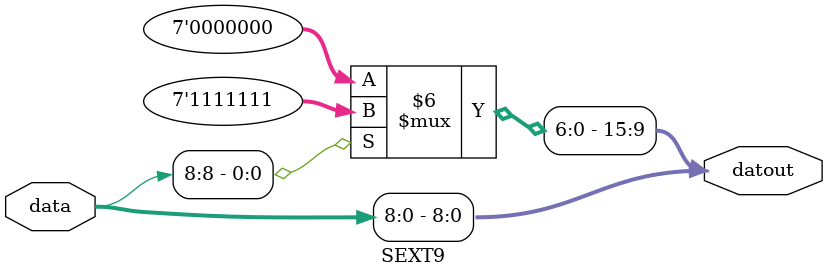
<source format=sv>
module SEXT9(
  input [8:0] data,
  output reg [15:0] datout
);
  
  always @(data) begin
    if(data[8] == 1'b1)begin
      datout = 16'b1111111111111111;
      datout[8:0] = data[8:0];     
    end else begin
      datout[8:0] = data[8:0];
      datout[15:9] = 6'b0;
   	 end
  end
endmodule
</source>
